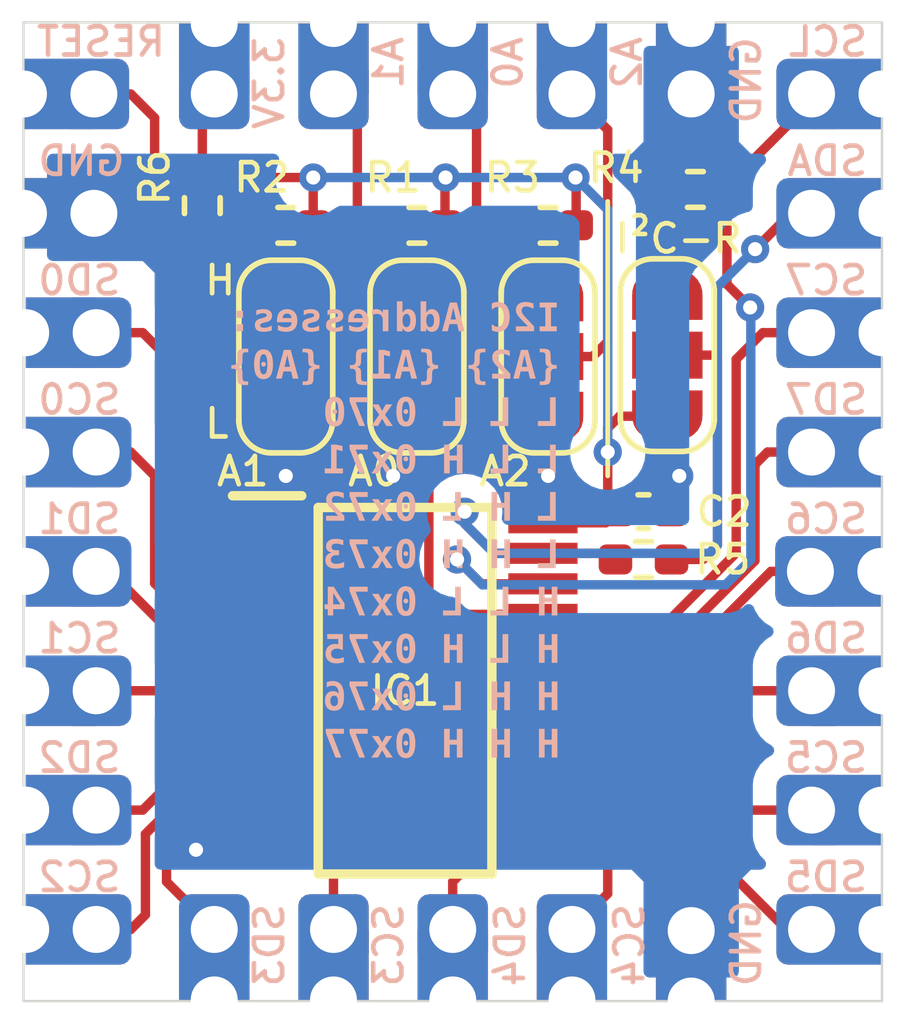
<source format=kicad_pcb>
(kicad_pcb (version 20240108) (generator "pcbnew") (generator_version "8.0")
  (layers (0 "F.Cu" signal) (31 "B.Cu" signal) (34 "B.Paste" user) (35 "F.Paste" user) (36 "B.SilkS" user "B.Silkscreen") (37 "F.SilkS" user "F.Silkscreen") (38 "B.Mask" user) (39 "F.Mask" user) (44 "Edge.Cuts" user))
  (net 0 "")
  (net 1 "/SC7")
  (net 2 "/SD6")
  (net 3 "/~{RESET}")
  (net 4 "/A1")
  (net 5 "/A0")
  (net 6 "/SD1")
  (net 7 "/SD5")
  (net 8 "/SC0")
  (net 9 "/SD4")
  (net 10 "/A2")
  (net 11 "/SD7")
  (net 12 "/SC2")
  (net 13 "/SC5")
  (net 14 "GNDD")
  (net 15 "/SD0")
  (net 16 "/SCL")
  (net 17 "/SD2")
  (net 18 "/SDA")
  (net 19 "/SC3")
  (net 20 "/SC4")
  (net 21 "/SD3")
  (net 22 "/SC6")
  (net 23 "/SC1")
  (net 24 "Net-(JP1-A)")
  (net 25 "Net-(JP2-B)")
  (net 26 "Net-(JP4-B)")
  (net 27 "+3.3V")
  (net 28 "Net-(JP3-B)")
  (net 29 "Net-(JP4-C)")
  (footprint "Castellated_Holes:Castellated_Hole02" (layer "F.Cu") (at 124.762 62.23)
    (property "Reference" "J6" (hide yes))
    (property "Value" "~" (hide yes))
    (pad "1" thru_hole rect (at 0 0) (size 1.5 1.5) (drill 1 (offset 0.75 0)) (property pad_prop_castellated) (layers "*.Cu" "*.Mask") (net 8 "/SC0"))
    (pad "1" thru_hole roundrect (at 1.5 0) (size 1.5 1.5) (drill 1) (property pad_prop_castellated) (layers "*.Cu" "*.Mask") (roundrect_rratio 0.1666666667) (net 8 "/SC0"))
  )
  (footprint "Resistor_SMD:R_0402_1005Metric_Pad0.72x0.64mm_HandSolder" (layer "F.Cu") (at 137.922 64.516)
    (property "Reference" "R5" (at 1.6885 0 360) (layer "F.SilkS") (effects (font (size 0.6 0.6) (thickness 0.1) (bold yes))))
    (property "Value" "10k" (hide yes))
    (fp_line (start -0.167621 -0.38) (end 0.167621 -0.38) (stroke (width 0.12)) (layer "F.SilkS"))
    (fp_line (start -0.167621 0.38) (end 0.167621 0.38) (stroke (width 0.12)) (layer "F.SilkS"))
    (pad "1" smd roundrect (at -0.5975 0) (size 0.715 0.64) (layers "F.Cu" "F.Paste" "F.Mask") (net 18 "/SDA"))
    (pad "2" smd roundrect (at 0.5975 0) (size 0.715 0.64) (layers "F.Cu" "F.Paste" "F.Mask") (net 29 "Net-(JP4-C)"))
  )
  (footprint "Castellated_Holes:Castellated_Hole02" (layer "F.Cu") (at 133.858 73.89 90)
    (property "Reference" "J19" (hide yes))
    (property "Value" "~" (hide yes))
    (pad "1" thru_hole rect (at 0 0 90) (size 1.5 1.5) (drill 1 (offset 0.75 0)) (property pad_prop_castellated) (layers "*.Cu" "*.Mask") (net 9 "/SD4"))
    (pad "1" thru_hole roundrect (at 1.5 0 90) (size 1.5 1.5) (drill 1) (property pad_prop_castellated) (layers "*.Cu" "*.Mask") (roundrect_rratio 0.1666666667) (net 9 "/SD4"))
  )
  (footprint "Castellated_Holes:Castellated_Hole02" (layer "F.Cu") (at 138.938 53.11 -90)
    (property "Reference" "J2" (hide yes))
    (property "Value" "~" (hide yes))
    (pad "1" thru_hole rect (at 0 0 270) (size 1.5 1.5) (drill 1 (offset 0.75 0)) (property pad_prop_castellated) (layers "*.Cu" "*.Mask") (net 14 "GNDD"))
    (pad "1" thru_hole roundrect (at 1.5 0 270) (size 1.5 1.5) (drill 1) (property pad_prop_castellated) (layers "*.Cu" "*.Mask") (roundrect_rratio 0.1666666667) (net 14 "GNDD"))
  )
  (footprint "Castellated_Holes:Castellated_Hole02" (layer "F.Cu") (at 143.002 67.31 180)
    (property "Reference" "J15" (hide yes))
    (property "Value" "~" (hide yes))
    (pad "1" thru_hole rect (at 0 0 180) (size 1.5 1.5) (drill 1 (offset 0.75 0)) (property pad_prop_castellated) (layers "*.Cu" "*.Mask") (net 2 "/SD6"))
    (pad "1" thru_hole roundrect (at 1.5 0 180) (size 1.5 1.5) (drill 1) (property pad_prop_castellated) (layers "*.Cu" "*.Mask") (roundrect_rratio 0.1666666667) (net 2 "/SD6"))
  )
  (footprint "Castellated_Holes:Castellated_Hole02" (layer "F.Cu") (at 124.714 57.15)
    (property "Reference" "J26" (hide yes))
    (property "Value" "~" (hide yes))
    (pad "1" thru_hole rect (at 0 0) (size 1.5 1.5) (drill 1 (offset 0.75 0)) (property pad_prop_castellated) (layers "*.Cu" "*.Mask") (net 14 "GNDD"))
    (pad "1" thru_hole roundrect (at 1.5 0) (size 1.5 1.5) (drill 1) (property pad_prop_castellated) (layers "*.Cu" "*.Mask") (roundrect_rratio 0.1666666667) (net 14 "GNDD"))
  )
  (footprint "Castellated_Holes:Castellated_Hole02" (layer "F.Cu") (at 138.938 73.914 90)
    (property "Reference" "J25" (hide yes))
    (property "Value" "~" (hide yes))
    (pad "1" thru_hole rect (at 0 0 90) (size 1.5 1.5) (drill 1 (offset 0.75 0)) (property pad_prop_castellated) (layers "*.Cu" "*.Mask") (net 14 "GNDD"))
    (pad "1" thru_hole roundrect (at 1.5 0 90) (size 1.5 1.5) (drill 1) (property pad_prop_castellated) (layers "*.Cu" "*.Mask") (roundrect_rratio 0.1666666667) (net 14 "GNDD"))
  )
  (footprint "Castellated_Holes:Castellated_Hole02" (layer "F.Cu") (at 124.762 64.77)
    (property "Reference" "J7" (hide yes))
    (property "Value" "~" (hide yes))
    (pad "1" thru_hole rect (at 0 0) (size 1.5 1.5) (drill 1 (offset 0.75 0)) (property pad_prop_castellated) (layers "*.Cu" "*.Mask") (net 6 "/SD1"))
    (pad "1" thru_hole roundrect (at 1.5 0) (size 1.5 1.5) (drill 1) (property pad_prop_castellated) (layers "*.Cu" "*.Mask") (roundrect_rratio 0.1666666667) (net 6 "/SD1"))
  )
  (footprint "Castellated_Holes:Castellated_Hole02" (layer "F.Cu") (at 143.002 57.15 180)
    (property "Reference" "J3" (hide yes))
    (property "Value" "~" (hide yes))
    (pad "1" thru_hole rect (at 0 0 180) (size 1.5 1.5) (drill 1 (offset 0.75 0)) (property pad_prop_castellated) (layers "*.Cu" "*.Mask") (net 18 "/SDA"))
    (pad "1" thru_hole roundrect (at 1.5 0 180) (size 1.5 1.5) (drill 1) (property pad_prop_castellated) (layers "*.Cu" "*.Mask") (roundrect_rratio 0.1666666667) (net 18 "/SDA"))
  )
  (footprint "Castellated_Holes:Castellated_Hole02" (layer "F.Cu") (at 124.762 59.69)
    (property "Reference" "J5" (hide yes))
    (property "Value" "~" (hide yes))
    (pad "1" thru_hole rect (at 0 0) (size 1.5 1.5) (drill 1 (offset 0.75 0)) (property pad_prop_castellated) (layers "*.Cu" "*.Mask") (net 15 "/SD0"))
    (pad "1" thru_hole roundrect (at 1.5 0) (size 1.5 1.5) (drill 1) (property pad_prop_castellated) (layers "*.Cu" "*.Mask") (roundrect_rratio 0.1666666667) (net 15 "/SD0"))
  )
  (footprint "Castellated_Holes:Castellated_Hole02" (layer "F.Cu") (at 131.318 53.11 -90)
    (property "Reference" "J23" (hide yes))
    (property "Value" "~" (hide yes))
    (pad "1" thru_hole rect (at 0 0 270) (size 1.5 1.5) (drill 1 (offset 0.75 0)) (property pad_prop_castellated) (layers "*.Cu" "*.Mask") (net 4 "/A1"))
    (pad "1" thru_hole roundrect (at 1.5 0 270) (size 1.5 1.5) (drill 1) (property pad_prop_castellated) (layers "*.Cu" "*.Mask") (roundrect_rratio 0.1666666667) (net 4 "/A1"))
  )
  (footprint "Resistor_SMD:R_0402_1005Metric_Pad0.72x0.64mm_HandSolder" (layer "F.Cu") (at 133.096 57.404)
    (property "Reference" "R1" (at -0.508 -1.016 360) (layer "F.SilkS") (effects (font (size 0.6 0.6) (thickness 0.1) (bold yes))))
    (property "Value" "10k" (hide yes))
    (fp_line (start -0.167621 -0.38) (end 0.167621 -0.38) (stroke (width 0.12)) (layer "F.SilkS"))
    (fp_line (start -0.167621 0.38) (end 0.167621 0.38) (stroke (width 0.12)) (layer "F.SilkS"))
    (pad "1" smd roundrect (at -0.5975 0) (size 0.715 0.64) (layers "F.Cu" "F.Paste" "F.Mask") (net 24 "Net-(JP1-A)"))
    (pad "2" smd roundrect (at 0.5975 0) (size 0.715 0.64) (layers "F.Cu" "F.Paste" "F.Mask") (net 27 "+3.3V"))
  )
  (footprint "Castellated_Holes:Castellated_Hole02" (layer "F.Cu") (at 124.762 69.85)
    (property "Reference" "J9" (hide yes))
    (property "Value" "~" (hide yes))
    (pad "1" thru_hole rect (at 0 0) (size 1.5 1.5) (drill 1 (offset 0.75 0)) (property pad_prop_castellated) (layers "*.Cu" "*.Mask") (net 17 "/SD2"))
    (pad "1" thru_hole roundrect (at 1.5 0) (size 1.5 1.5) (drill 1) (property pad_prop_castellated) (layers "*.Cu" "*.Mask") (roundrect_rratio 0.1666666667) (net 17 "/SD2"))
  )
  (footprint "Castellated_Holes:Castellated_Hole02" (layer "F.Cu") (at 128.778 53.11 -90)
    (property "Reference" "J1" (hide yes))
    (property "Value" "~" (hide yes))
    (pad "1" thru_hole rect (at 0 0 270) (size 1.5 1.5) (drill 1 (offset 0.75 0)) (property pad_prop_castellated) (layers "*.Cu" "*.Mask") (net 27 "+3.3V"))
    (pad "1" thru_hole roundrect (at 1.5 0 270) (size 1.5 1.5) (drill 1) (property pad_prop_castellated) (layers "*.Cu" "*.Mask") (roundrect_rratio 0.1666666667) (net 27 "+3.3V"))
  )
  (footprint "Resistor_SMD:R_0402_1005Metric_Pad0.72x0.64mm_HandSolder" (layer "F.Cu") (at 135.89 57.404)
    (property "Reference" "R3" (at -0.762 -1.016 0) (layer "F.SilkS") (effects (font (size 0.6 0.6) (thickness 0.1) (bold yes))))
    (property "Value" "10k" (hide yes))
    (fp_line (start -0.167621 -0.38) (end 0.167621 -0.38) (stroke (width 0.12)) (layer "F.SilkS"))
    (fp_line (start -0.167621 0.38) (end 0.167621 0.38) (stroke (width 0.12)) (layer "F.SilkS"))
    (pad "1" smd roundrect (at -0.5975 0) (size 0.715 0.64) (layers "F.Cu" "F.Paste" "F.Mask") (net 28 "Net-(JP3-B)"))
    (pad "2" smd roundrect (at 0.5975 0) (size 0.715 0.64) (layers "F.Cu" "F.Paste" "F.Mask") (net 27 "+3.3V"))
  )
  (footprint "library:SOP65P640X120-24N" (layer "F.Cu") (at 132.842 67.31)
    (property "Reference" "IC1" (at 0 0 0) (layer "F.SilkS") (effects (font (size 0.6 0.6) (thickness 0.1) (bold yes))))
    (property "Value" "TCA9548APWR" (hide yes))
    (fp_line (start -3.675 -4.15) (end -2.2 -4.15) (stroke (width 0.2)) (layer "F.SilkS"))
    (fp_line (start -1.85 -3.9) (end 1.85 -3.9) (stroke (width 0.2)) (layer "F.SilkS"))
    (fp_line (start -1.85 3.9) (end -1.85 -3.9) (stroke (width 0.2)) (layer "F.SilkS"))
    (fp_line (start 1.85 -3.9) (end 1.85 3.9) (stroke (width 0.2)) (layer "F.SilkS"))
    (fp_line (start 1.85 3.9) (end -1.85 3.9) (stroke (width 0.2)) (layer "F.SilkS"))
    (pad "1" smd rect (at -2.938 -3.575 90) (size 0.45 1.475) (layers "F.Cu" "F.Paste" "F.Mask") (net 5 "/A0"))
    (pad "2" smd rect (at -2.938 -2.925 90) (size 0.45 1.475) (layers "F.Cu" "F.Paste" "F.Mask") (net 4 "/A1"))
    (pad "3" smd rect (at -2.938 -2.275 90) (size 0.45 1.475) (layers "F.Cu" "F.Paste" "F.Mask") (net 3 "/~{RESET}"))
    (pad "4" smd rect (at -2.938 -1.625 90) (size 0.45 1.475) (layers "F.Cu" "F.Paste" "F.Mask") (net 15 "/SD0"))
    (pad "5" smd rect (at -2.938 -0.975 90) (size 0.45 1.475) (layers "F.Cu" "F.Paste" "F.Mask") (net 8 "/SC0"))
    (pad "6" smd rect (at -2.938 -0.325 90) (size 0.45 1.475) (layers "F.Cu" "F.Paste" "F.Mask") (net 6 "/SD1"))
    (pad "7" smd rect (at -2.938 0.325 90) (size 0.45 1.475) (layers "F.Cu" "F.Paste" "F.Mask") (net 23 "/SC1"))
    (pad "8" smd rect (at -2.938 0.975 90) (size 0.45 1.475) (layers "F.Cu" "F.Paste" "F.Mask") (net 17 "/SD2"))
    (pad "9" smd rect (at -2.938 1.625 90) (size 0.45 1.475) (layers "F.Cu" "F.Paste" "F.Mask") (net 12 "/SC2"))
    (pad "10" smd rect (at -2.938 2.275 90) (size 0.45 1.475) (layers "F.Cu" "F.Paste" "F.Mask") (net 21 "/SD3"))
    (pad "11" smd rect (at -2.938 2.925 90) (size 0.45 1.475) (layers "F.Cu" "F.Paste" "F.Mask") (net 19 "/SC3"))
    (pad "12" smd rect (at -2.938 3.575 90) (size 0.45 1.475) (layers "F.Cu" "F.Paste" "F.Mask") (net 14 "GNDD"))
    (pad "13" smd rect (at 2.938 3.575 90) (size 0.45 1.475) (layers "F.Cu" "F.Paste" "F.Mask") (net 9 "/SD4"))
    (pad "14" smd rect (at 2.938 2.925 90) (size 0.45 1.475) (layers "F.Cu" "F.Paste" "F.Mask") (net 20 "/SC4"))
    (pad "15" smd rect (at 2.938 2.275 90) (size 0.45 1.475) (layers "F.Cu" "F.Paste" "F.Mask") (net 7 "/SD5"))
    (pad "16" smd rect (at 2.938 1.625 90) (size 0.45 1.475) (layers "F.Cu" "F.Paste" "F.Mask") (net 13 "/SC5"))
    (pad "17" smd rect (at 2.938 0.975 90) (size 0.45 1.475) (layers "F.Cu" "F.Paste" "F.Mask") (net 2 "/SD6"))
    (pad "18" smd rect (at 2.938 0.325 90) (size 0.45 1.475) (layers "F.Cu" "F.Paste" "F.Mask") (net 22 "/SC6"))
    (pad "19" smd rect (at 2.938 -0.325 90) (size 0.45 1.475) (layers "F.Cu" "F.Paste" "F.Mask") (net 11 "/SD7"))
    (pad "20" smd rect (at 2.938 -0.975 90) (size 0.45 1.475) (layers "F.Cu" "F.Paste" "F.Mask") (net 1 "/SC7"))
    (pad "21" smd rect (at 2.938 -1.625 90) (size 0.45 1.475) (layers "F.Cu" "F.Paste" "F.Mask") (net 10 "/A2"))
    (pad "22" smd rect (at 2.938 -2.275 90) (size 0.45 1.475) (layers "F.Cu" "F.Paste" "F.Mask") (net 16 "/SCL"))
    (pad "23" smd rect (at 2.938 -2.925 90) (size 0.45 1.475) (layers "F.Cu" "F.Paste" "F.Mask") (net 18 "/SDA"))
    (pad "24" smd rect (at 2.938 -3.575 90) (size 0.45 1.475) (layers "F.Cu" "F.Paste" "F.Mask") (net 27 "+3.3V"))
  )
  (footprint "Capacitor_SMD:C_0402_1005Metric_Pad0.74x0.62mm_HandSolder" (layer "F.Cu") (at 137.922 63.5)
    (property "Reference" "C2" (at 1.7185 0 0) (layer "F.SilkS") (effects (font (size 0.6 0.6) (thickness 0.1) (bold yes))))
    (property "Value" "0.1uF" (hide yes))
    (fp_line (start -0.115835 -0.36) (end 0.115835 -0.36) (stroke (width 0.12)) (layer "F.SilkS"))
    (fp_line (start -0.115835 0.36) (end 0.115835 0.36) (stroke (width 0.12)) (layer "F.SilkS"))
    (pad "1" smd roundrect (at -0.5675 0) (size 0.735 0.62) (layers "F.Cu" "F.Paste" "F.Mask") (net 27 "+3.3V"))
    (pad "2" smd roundrect (at 0.5675 0) (size 0.735 0.62) (layers "F.Cu" "F.Paste" "F.Mask") (net 14 "GNDD"))
  )
  (footprint "Castellated_Holes:Castellated_Hole02" (layer "F.Cu") (at 124.714 54.61)
    (property "Reference" "J21" (hide yes))
    (property "Value" "~" (hide yes))
    (pad "1" thru_hole rect (at 0 0) (size 1.5 1.5) (drill 1 (offset 0.75 0)) (property pad_prop_castellated) (layers "*.Cu" "*.Mask") (net 3 "/~{RESET}"))
    (pad "1" thru_hole roundrect (at 1.5 0) (size 1.5 1.5) (drill 1) (property pad_prop_castellated) (layers "*.Cu" "*.Mask") (roundrect_rratio 0.1666666667) (net 3 "/~{RESET}"))
  )
  (footprint "Castellated_Holes:Castellated_Hole02" (layer "F.Cu") (at 128.778 73.89 90)
    (property "Reference" "J11" (hide yes))
    (property "Value" "~" (hide yes))
    (pad "1" thru_hole rect (at 0 0 90) (size 1.5 1.5) (drill 1 (offset 0.75 0)) (property pad_prop_castellated) (layers "*.Cu" "*.Mask") (net 21 "/SD3"))
    (pad "1" thru_hole roundrect (at 1.5 0 90) (size 1.5 1.5) (drill 1) (property pad_prop_castellated) (layers "*.Cu" "*.Mask") (roundrect_rratio 0.1666666667) (net 21 "/SD3"))
  )
  (footprint "Jumper:SolderJumper-3_P1.3mm_Open_RoundedPad1.0x1.5mm" (layer "F.Cu") (at 135.89 60.198 90)
    (property "Reference" "JP3" (hide yes))
    (property "Value" "SolderJumper_3_Open" (hide yes))
    (fp_line (start -1.4 -1) (end 1.4 -1) (stroke (width 0.12)) (layer "F.SilkS"))
    (fp_line (start 2.05 -0.3) (end 2.05 0.3) (stroke (width 0.12)) (layer "F.SilkS"))
    (fp_line (start -2.05 0.3) (end -2.05 -0.3) (stroke (width 0.12)) (layer "F.SilkS"))
    (fp_line (start 1.4 1) (end -1.4 1) (stroke (width 0.12)) (layer "F.SilkS"))
    (fp_arc (start 1.35 -1) (mid 1.844975 -0.794975) (end 2.05 -0.3) (stroke (width 0.12)) (layer "F.SilkS"))
    (fp_arc (start -2.05 -0.3) (mid -1.844975 -0.794975) (end -1.35 -1) (stroke (width 0.12)) (layer "F.SilkS"))
    (fp_arc (start 2.05 0.3) (mid 1.844975 0.794975) (end 1.35 1) (stroke (width 0.12)) (layer "F.SilkS"))
    (fp_arc (start -1.35 1) (mid -1.844975 0.794975) (end -2.05 0.3) (stroke (width 0.12)) (layer "F.SilkS"))
    (pad "1" smd custom (at -1.3 0 90) (size 1 0.5) (layers "F.Cu" "F.Mask") (net 14 "GNDD") (options (clearance outline) (anchor rect)) (primitives (gr_circle (center 0 0.25) (end 0.5 0.25) (width 0) (fill yes)) (gr_circle (center 0 -0.25) (end 0.5 -0.25) (width 0) (fill yes)) (gr_poly (pts (xy 0.55 0.75) (xy 0 0.75) (xy 0 -0.75) (xy 0.55 -0.75)) (width 0) (fill yes))))
    (pad "2" smd rect (at 0 0 90) (size 1 1.5) (layers "F.Cu" "F.Mask") (net 10 "/A2"))
    (pad "3" smd custom (at 1.3 0 90) (size 1 0.5) (layers "F.Cu" "F.Mask") (net 28 "Net-(JP3-B)") (options (clearance outline) (anchor rect)) (primitives (gr_circle (center 0 0.25) (end 0.5 0.25) (width 0) (fill yes)) (gr_circle (center 0 -0.25) (end 0.5 -0.25) (width 0) (fill yes)) (gr_poly (pts (xy 0 0.75) (xy -0.55 0.75) (xy -0.55 -0.75) (xy 0 -0.75)) (width 0) (fill yes))))
  )
  (footprint "Resistor_SMD:R_0402_1005Metric_Pad0.72x0.64mm_HandSolder" (layer "F.Cu") (at 130.302 57.404)
    (property "Reference" "R2" (at -0.508 -1.016 0) (layer "F.SilkS") (effects (font (size 0.6 0.6) (thickness 0.1) (bold yes))))
    (property "Value" "10k" (hide yes))
    (fp_line (start -0.167621 -0.38) (end 0.167621 -0.38) (stroke (width 0.12)) (layer "F.SilkS"))
    (fp_line (start -0.167621 0.38) (end 0.167621 0.38) (stroke (width 0.12)) (layer "F.SilkS"))
    (pad "1" smd roundrect (at -0.5975 0) (size 0.715 0.64) (layers "F.Cu" "F.Paste" "F.Mask") (net 25 "Net-(JP2-B)"))
    (pad "2" smd roundrect (at 0.5975 0) (size 0.715 0.64) (layers "F.Cu" "F.Paste" "F.Mask") (net 27 "+3.3V"))
  )
  (footprint "Castellated_Holes:Castellated_Hole02" (layer "F.Cu") (at 124.762 72.39)
    (property "Reference" "J10" (hide yes))
    (property "Value" "~" (hide yes))
    (pad "1" thru_hole rect (at 0 0) (size 1.5 1.5) (drill 1 (offset 0.75 0)) (property pad_prop_castellated) (layers "*.Cu" "*.Mask") (net 12 "/SC2"))
    (pad "1" thru_hole roundrect (at 1.5 0) (size 1.5 1.5) (drill 1) (property pad_prop_castellated) (layers "*.Cu" "*.Mask") (roundrect_rratio 0.1666666667) (net 12 "/SC2"))
  )
  (footprint "Castellated_Holes:Castellated_Hole02" (layer "F.Cu") (at 136.398 73.89 90)
    (property "Reference" "J20" (hide yes))
    (property "Value" "~" (hide yes))
    (pad "1" thru_hole rect (at 0 0 90) (size 1.5 1.5) (drill 1 (offset 0.75 0)) (property pad_prop_castellated) (layers "*.Cu" "*.Mask") (net 20 "/SC4"))
    (pad "1" thru_hole roundrect (at 1.5 0 90) (size 1.5 1.5) (drill 1) (property pad_prop_castellated) (layers "*.Cu" "*.Mask") (roundrect_rratio 0.1666666667) (net 20 "/SC4"))
  )
  (footprint "Castellated_Holes:Castellated_Hole02" (layer "F.Cu") (at 124.762 67.31)
    (property "Reference" "J8" (hide yes))
    (property "Value" "~" (hide yes))
    (pad "1" thru_hole rect (at 0 0) (size 1.5 1.5) (drill 1 (offset 0.75 0)) (property pad_prop_castellated) (layers "*.Cu" "*.Mask") (net 23 "/SC1"))
    (pad "1" thru_hole roundrect (at 1.5 0) (size 1.5 1.5) (drill 1) (property pad_prop_castellated) (layers "*.Cu" "*.Mask") (roundrect_rratio 0.1666666667) (net 23 "/SC1"))
  )
  (footprint "Castellated_Holes:Castellated_Hole02" (layer "F.Cu") (at 143.002 62.23 180)
    (property "Reference" "J17" (hide yes))
    (property "Value" "~" (hide yes))
    (pad "1" thru_hole rect (at 0 0 180) (size 1.5 1.5) (drill 1 (offset 0.75 0)) (property pad_prop_castellated) (layers "*.Cu" "*.Mask") (net 11 "/SD7"))
    (pad "1" thru_hole roundrect (at 1.5 0 180) (size 1.5 1.5) (drill 1) (property pad_prop_castellated) (layers "*.Cu" "*.Mask") (roundrect_rratio 0.1666666667) (net 11 "/SD7"))
  )
  (footprint "Castellated_Holes:Castellated_Hole02" (layer "F.Cu") (at 143.002 72.39 180)
    (property "Reference" "J13" (hide yes))
    (property "Value" "~" (hide yes))
    (pad "1" thru_hole rect (at 0 0 180) (size 1.5 1.5) (drill 1 (offset 0.75 0)) (property pad_prop_castellated) (layers "*.Cu" "*.Mask") (net 7 "/SD5"))
    (pad "1" thru_hole roundrect (at 1.5 0 180) (size 1.5 1.5) (drill 1) (property pad_prop_castellated) (layers "*.Cu" "*.Mask") (roundrect_rratio 0.1666666667) (net 7 "/SD5"))
  )
  (footprint "Resistor_SMD:R_0402_1005Metric_Pad0.72x0.64mm_HandSolder" (layer "F.Cu") (at 128.524 56.9855 90)
    (property "Reference" "R6" (at 0.5975 -1.016 270) (layer "F.SilkS") (effects (font (size 0.6 0.6) (thickness 0.1) (bold yes))))
    (property "Value" "10k" (hide yes))
    (fp_line (start -0.167621 -0.38) (end 0.167621 -0.38) (stroke (width 0.12)) (layer "F.SilkS"))
    (fp_line (start -0.167621 0.38) (end 0.167621 0.38) (stroke (width 0.12)) (layer "F.SilkS"))
    (pad "1" smd roundrect (at -0.5975 0 90) (size 0.715 0.64) (layers "F.Cu" "F.Paste" "F.Mask") (net 3 "/~{RESET}"))
    (pad "2" smd roundrect (at 0.5975 0 90) (size 0.715 0.64) (layers "F.Cu" "F.Paste" "F.Mask") (net 27 "+3.3V"))
  )
  (footprint "Jumper:SolderJumper-3_P1.3mm_Open_RoundedPad1.0x1.5mm" (layer "F.Cu") (at 133.096 60.198 -90)
    (property "Reference" "JP1" (hide yes))
    (property "Value" "SolderJumper_3_Open" (hide yes))
    (fp_line (start 1.4 1) (end -1.4 1) (stroke (width 0.12)) (layer "F.SilkS"))
    (fp_line (start -2.05 0.3) (end -2.05 -0.3) (stroke (width 0.12)) (layer "F.SilkS"))
    (fp_line (start 2.05 -0.3) (end 2.05 0.3) (stroke (width 0.12)) (layer "F.SilkS"))
    (fp_line (start -1.4 -1) (end 1.4 -1) (stroke (width 0.12)) (layer "F.SilkS"))
    (fp_arc (start -1.35 1) (mid -1.844975 0.794975) (end -2.05 0.3) (stroke (width 0.12)) (layer "F.SilkS"))
    (fp_arc (start 2.05 0.3) (mid 1.844975 0.794975) (end 1.35 1) (stroke (width 0.12)) (layer "F.SilkS"))
    (fp_arc (start -2.05 -0.3) (mid -1.844975 -0.794975) (end -1.35 -1) (stroke (width 0.12)) (layer "F.SilkS"))
    (fp_arc (start 1.35 -1) (mid 1.844975 -0.794975) (end 2.05 -0.3) (stroke (width 0.12)) (layer "F.SilkS"))
    (pad "1" smd custom (at -1.3 0 270) (size 1 0.5) (layers "F.Cu" "F.Mask") (net 24 "Net-(JP1-A)") (options (clearance outline) (anchor rect)) (primitives (gr_circle (center 0 0.25) (end 0.5 0.25) (width 0) (fill yes)) (gr_circle (center 0 -0.25) (end 0.5 -0.25) (width 0) (fill yes)) (gr_poly (pts (xy 0.55 0.75) (xy 0 0.75) (xy 0 -0.75) (xy 0.55 -0.75)) (width 0) (fill yes))))
    (pad "2" smd rect (at 0 0 270) (size 1 1.5) (layers "F.Cu" "F.Mask") (net 5 "/A0"))
    (pad "3" smd custom (at 1.3 0 270) (size 1 0.5) (layers "F.Cu" "F.Mask") (net 14 "GNDD") (options (clearance outline) (anchor rect)) (primitives (gr_circle (center 0 0.25) (end 0.5 0.25) (width 0) (fill yes)) (gr_circle (center 0 -0.25) (end 0.5 -0.25) (width 0) (fill yes)) (gr_poly (pts (xy 0 0.75) (xy -0.55 0.75) (xy -0.55 -0.75) (xy 0 -0.75)) (width 0) (fill yes))))
  )
  (footprint "Castellated_Holes:Castellated_Hole02" (layer "F.Cu") (at 143.002 59.69 180)
    (property "Reference" "J18" (hide yes))
    (property "Value" "~" (hide yes))
    (pad "1" thru_hole rect (at 0 0 180) (size 1.5 1.5) (drill 1 (offset 0.75 0)) (property pad_prop_castellated) (layers "*.Cu" "*.Mask") (net 1 "/SC7"))
    (pad "1" thru_hole roundrect (at 1.5 0 180) (size 1.5 1.5) (drill 1) (property pad_prop_castellated) (layers "*.Cu" "*.Mask") (roundrect_rratio 0.1666666667) (net 1 "/SC7"))
  )
  (footprint "Castellated_Holes:Castellated_Hole02" (layer "F.Cu") (at 136.398 53.11 -90)
    (property "Reference" "J24" (hide yes))
    (property "Value" "~" (hide yes))
    (pad "1" thru_hole rect (at 0 0 270) (size 1.5 1.5) (drill 1 (offset 0.75 0)) (property pad_prop_castellated) (layers "*.Cu" "*.Mask") (net 10 "/A2"))
    (pad "1" thru_hole roundrect (at 1.5 0 270) (size 1.5 1.5) (drill 1) (property pad_prop_castellated) (layers "*.Cu" "*.Mask") (roundrect_rratio 0.1666666667) (net 10 "/A2"))
  )
  (footprint "Jumper:SolderJumper-3_P1.3mm_Open_RoundedPad1.0x1.5mm" (layer "F.Cu") (at 138.43 60.168 90)
    (property "Reference" "JP4" (hide yes))
    (property "Value" "SolderJumper_3_Open" (hide yes))
    (fp_line (start -1.4 -1) (end 1.4 -1) (stroke (width 0.12)) (layer "F.SilkS"))
    (fp_line (start 2.05 -0.3) (end 2.05 0.3) (stroke (width 0.12)) (layer "F.SilkS"))
    (fp_line (start -2.05 0.3) (end -2.05 -0.3) (stroke (width 0.12)) (layer "F.SilkS"))
    (fp_line (start 1.4 1) (end -1.4 1) (stroke (width 0.12)) (layer "F.SilkS"))
    (fp_arc (start 1.35 -1) (mid 1.844975 -0.794975) (end 2.05 -0.3) (stroke (width 0.12)) (layer "F.SilkS"))
    (fp_arc (start -2.05 -0.3) (mid -1.844975 -0.794975) (end -1.35 -1) (stroke (width 0.12)) (layer "F.SilkS"))
    (fp_arc (start 2.05 0.3) (mid 1.844975 0.794975) (end 1.35 1) (stroke (width 0.12)) (layer "F.SilkS"))
    (fp_arc (start -1.35 1) (mid -1.844975 0.794975) (end -2.05 0.3) (stroke (width 0.12)) (layer "F.SilkS"))
    (pad "1" smd custom (at -1.3 0 90) (size 1 0.5) (layers "F.Cu" "F.Mask") (net 27 "+3.3V") (options (clearance outline) (anchor rect)) (primitives (gr_circle (center 0 0.25) (end 0.5 0.25) (width 0) (fill yes)) (gr_circle (center 0 -0.25) (end 0.5 -0.25) (width 0) (fill yes)) (gr_poly (pts (xy 0.55 0.75) (xy 0 0.75) (xy 0 -0.75) (xy 0.55 -0.75)) (width 0) (fill yes))))
    (pad "2" smd rect (at 0 0 90) (size 1 1.5) (layers "F.Cu" "F.Mask") (net 29 "Net-(JP4-C)"))
    (pad "3" smd custom (at 1.3 0 90) (size 1 0.5) (layers "F.Cu" "F.Mask") (net 26 "Net-(JP4-B)") (options (clearance outline) (anchor rect)) (primitives (gr_circle (center 0 0.25) (end 0.5 0.25) (width 0) (fill yes)) (gr_circle (center 0 -0.25) (end 0.5 -0.25) (width 0) (fill yes)) (gr_poly (pts (xy 0 0.75) (xy -0.55 0.75) (xy -0.55 -0.75) (xy 0 -0.75)) (width 0) (fill yes))))
  )
  (footprint "Jumper:SolderJumper-3_P1.3mm_Open_RoundedPad1.0x1.5mm" (layer "F.Cu") (at 130.302 60.198 90)
    (property "Reference" "JP2" (hide yes))
    (property "Value" "SolderJumper_3_Open" (hide yes))
    (fp_line (start -1.4 -1) (end 1.4 -1) (stroke (width 0.12)) (layer "F.SilkS"))
    (fp_line (start 2.05 -0.3) (end 2.05 0.3) (stroke (width 0.12)) (layer "F.SilkS"))
    (fp_line (start -2.05 0.3) (end -2.05 -0.3) (stroke (width 0.12)) (layer "F.SilkS"))
    (fp_line (start 1.4 1) (end -1.4 1) (stroke (width 0.12)) (layer "F.SilkS"))
    (fp_arc (start 1.35 -1) (mid 1.844975 -0.794975) (end 2.05 -0.3) (stroke (width 0.12)) (layer "F.SilkS"))
    (fp_arc (start -2.05 -0.3) (mid -1.844975 -0.794975) (end -1.35 -1) (stroke (width 0.12)) (layer "F.SilkS"))
    (fp_arc (start 2.05 0.3) (mid 1.844975 0.794975) (end 1.35 1) (stroke (width 0.12)) (layer "F.SilkS"))
    (fp_arc (start -1.35 1) (mid -1.844975 0.794975) (end -2.05 0.3) (stroke (width 0.12)) (layer "F.SilkS"))
    (pad "1" smd custom (at -1.3 0 90) (size 1 0.5) (layers "F.Cu" "F.Mask") (net 14 "GNDD") (options (clearance outline) (anchor rect)) (primitives (gr_circle (center 0 0.25) (end 0.5 0.25) (width 0) (fill yes)) (gr_circle (center 0 -0.25) (end 0.5 -0.25) (width 0) (fill yes)) (gr_poly (pts (xy 0.55 0.75) (xy 0 0.75) (xy 0 -0.75) (xy 0.55 -0.75)) (width 0) (fill yes))))
    (pad "2" smd rect (at 0 0 90) (size 1 1.5) (layers "F.Cu" "F.Mask") (net 4 "/A1"))
    (pad "3" smd custom (at 1.3 0 90) (size 1 0.5) (layers "F.Cu" "F.Mask") (net 25 "Net-(JP2-B)") (options (clearance outline) (anchor rect)) (primitives (gr_circle (center 0 0.25) (end 0.5 0.25) (width 0) (fill yes)) (gr_circle (center 0 -0.25) (end 0.5 -0.25) (width 0) (fill yes)) (gr_poly (pts (xy 0 0.75) (xy -0.55 0.75) (xy -0.55 -0.75) (xy 0 -0.75)) (width 0) (fill yes))))
  )
  (footprint "Castellated_Holes:Castellated_Hole02" (layer "F.Cu") (at 143.002 54.61 180)
    (property "Reference" "J4" (hide yes))
    (property "Value" "~" (hide yes))
    (pad "1" thru_hole rect (at 0 0 180) (size 1.5 1.5) (drill 1 (offset 0.75 0)) (property pad_prop_castellated) (layers "*.Cu" "*.Mask") (net 16 "/SCL"))
    (pad "1" thru_hole roundrect (at 1.5 0 180) (size 1.5 1.5) (drill 1) (property pad_prop_castellated) (layers "*.Cu" "*.Mask") (roundrect_rratio 0.1666666667) (net 16 "/SCL"))
  )
  (footprint "Castellated_Holes:Castellated_Hole02" (layer "F.Cu") (at 142.978 64.77 180)
    (property "Reference" "J16" (hide yes))
    (property "Value" "~" (hide yes))
    (pad "1" thru_hole rect (at 0 0 180) (size 1.5 1.5) (drill 1 (offset 0.75 0)) (property pad_prop_castellated) (layers "*.Cu" "*.Mask") (net 22 "/SC6"))
    (pad "1" thru_hole roundrect (at 1.5 0 180) (size 1.5 1.5) (drill 1) (property pad_prop_castellated) (layers "*.Cu" "*.Mask") (roundrect_rratio 0.1666666667) (net 22 "/SC6"))
  )
  (footprint "Resistor_SMD:R_0402_1005Metric_Pad0.72x0.64mm_HandSolder" (layer "F.Cu") (at 139.0275 56.642 180)
    (property "Reference" "R4" (at 1.6897 0.4572 180) (layer "F.SilkS") (effects (font (size 0.6 0.6) (thickness 0.1) (bold yes))))
    (property "Value" "10k" (hide yes))
    (fp_line (start -0.167621 0.38) (end 0.167621 0.38) (stroke (width 0.12)) (layer "F.SilkS"))
    (fp_line (start -0.167621 -0.38) (end 0.167621 -0.38) (stroke (width 0.12)) (layer "F.SilkS"))
    (pad "1" smd roundrect (at -0.5975 0 180) (size 0.715 0.64) (layers "F.Cu" "F.Paste" "F.Mask") (net 16 "/SCL"))
    (pad "2" smd roundrect (at 0.5975 0 180) (size 0.715 0.64) (layers "F.Cu" "F.Paste" "F.Mask") (net 26 "Net-(JP4-B)"))
  )
  (footprint "Castellated_Holes:Castellated_Hole02" (layer "F.Cu") (at 143.002 69.85 180)
    (property "Reference" "J14" (hide yes))
    (property "Value" "~" (hide yes))
    (pad "1" thru_hole rect (at 0 0 180) (size 1.5 1.5) (drill 1 (offset 0.75 0)) (property pad_prop_castellated) (layers "*.Cu" "*.Mask") (net 13 "/SC5"))
    (pad "1" thru_hole roundrect (at 1.5 0 180) (size 1.5 1.5) (drill 1) (property pad_prop_castellated) (layers "*.Cu" "*.Mask") (roundrect_rratio 0.1666666667) (net 13 "/SC5"))
  )
  (footprint "Castellated_Holes:Castellated_Hole02" (layer "F.Cu") (at 133.858 53.11 -90)
    (property "Reference" "J22" (hide yes))
    (property "Value" "~" (hide yes))
    (pad "1" thru_hole rect (at 0 0 270) (size 1.5 1.5) (drill 1 (offset 0.75 0)) (property pad_prop_castellated) (layers "*.Cu" "*.Mask") (net 5 "/A0"))
    (pad "1" thru_hole roundrect (at 1.5 0 270) (size 1.5 1.5) (drill 1) (property pad_prop_castellated) (layers "*.Cu" "*.Mask") (roundrect_rratio 0.1666666667) (net 5 "/A0"))
  )
  (footprint "Castellated_Holes:Castellated_Hole02" (layer "F.Cu") (at 131.318 73.89 90)
    (property "Reference" "J12" (hide yes))
    (property "Value" "~" (hide yes))
    (pad "1" thru_hole rect (at 0 0 90) (size 1.5 1.5) (drill 1 (offset 0.75 0)) (property pad_prop_castellated) (layers "*.Cu" "*.Mask") (net 19 "/SC3"))
    (pad "1" thru_hole roundrect (at 1.5 0 90) (size 1.5 1.5) (drill 1) (property pad_prop_castellated) (layers "*.Cu" "*.Mask") (roundrect_rratio 0.1666666667) (net 19 "/SC3"))
  )
  (gr_line (start 137.16 56.896) (end 137.16 62.738) (stroke (width 0.1)) (layer "F.SilkS"))
  (gr_line (start 143.002 73.914) (end 124.714 73.914) (stroke (width 0.05)) (layer "Edge.Cuts"))
  (gr_line (start 124.714 73.914) (end 124.714 53.086) (stroke (width 0.05)) (layer "Edge.Cuts"))
  (gr_line (start 143.002 53.086) (end 143.002 73.914) (stroke (width 0.05)) (layer "Edge.Cuts"))
  (gr_line (start 124.714 53.086) (end 143.002 53.086) (stroke (width 0.05)) (layer "Edge.Cuts"))
  (gr_text "SD2" (at 124.968 69.088 0) (layer "B.SilkS") (effects (font (size 0.6 0.6) (thickness 0.1) (bold yes)) (justify right bottom mirror)))
  (gr_text "SC0" (at 124.968 61.468 0) (layer "B.SilkS") (effects (font (size 0.6 0.6) (thickness 0.1) (bold yes)) (justify right bottom mirror)))
  (gr_text "3.3V" (at 130.302 53.34 90) (layer "B.SilkS") (effects (font (size 0.6 0.6) (thickness 0.1) (bold yes)) (justify left bottom mirror)))
  (gr_text "SC2" (at 124.968 71.628 0) (layer "B.SilkS") (effects (font (size 0.6 0.6) (thickness 0.1) (bold yes)) (justify right bottom mirror)))
  (gr_text "SC1" (at 124.968 66.548 0) (layer "B.SilkS") (effects (font (size 0.6 0.6) (thickness 0.1) (bold yes)) (justify right bottom mirror)))
  (gr_text "GND" (at 140.462 73.66 90) (layer "B.SilkS") (effects (font (size 0.6 0.6) (thickness 0.1) (bold yes)) (justify right bottom mirror)))
  (gr_text "GND" (at 140.462 53.34 90) (layer "B.SilkS") (effects (font (size 0.6 0.6) (thickness 0.1) (bold yes)) (justify left bottom mirror)))
  (gr_text "SC3" (at 132.842 73.66 90) (layer "B.SilkS") (effects (font (size 0.6 0.6) (thickness 0.1) (bold yes)) (justify right bottom mirror)))
  (gr_text "SD5" (at 142.748 71.628 0) (layer "B.SilkS") (effects (font (size 0.6 0.6) (thickness 0.1) (bold yes)) (justify left bottom mirror)))
  (gr_text "SD3" (at 130.302 73.66 90) (layer "B.SilkS") (effects (font (size 0.6 0.6) (thickness 0.1) (bold yes)) (justify right bottom mirror)))
  (gr_text "SD1" (at 124.968 64.008 0) (layer "B.SilkS") (effects (font (size 0.6 0.6) (thickness 0.1) (bold yes)) (justify right bottom mirror)))
  (gr_text "RESET" (at 124.944 53.848 0) (layer "B.SilkS") (effects (font (size 0.6 0.6) (thickness 0.1) (bold yes)) (justify right bottom mirror)))
  (gr_text "SD0" (at 124.968 58.928 0) (layer "B.SilkS") (effects (font (size 0.6 0.6) (thickness 0.1) (bold yes)) (justify right bottom mirror)))
  (gr_text "SD6" (at 142.748 66.548 0) (layer "B.SilkS") (effects (font (size 0.6 0.6) (thickness 0.1) (bold yes)) (justify left bottom mirror)))
  (gr_text "SC6" (at 142.748 64.008 0) (layer "B.SilkS") (effects (font (size 0.6 0.6) (thickness 0.1) (bold yes)) (justify left bottom mirror)))
  (gr_text "SD4" (at 135.4328 73.66 90) (layer "B.SilkS") (effects (font (size 0.6 0.6) (thickness 0.1) (bold yes)) (justify right bottom mirror)))
  (gr_text "A2" (at 137.922 53.34 90) (layer "B.SilkS") (effects (font (size 0.6 0.6) (thickness 0.1) (bold yes)) (justify left bottom mirror)))
  (gr_text "A1" (at 132.842 53.34 90) (layer "B.SilkS") (effects (font (size 0.6 0.6) (thickness 0.1) (bold yes)) (justify left bottom mirror)))
  (gr_text "SDA" (at 142.748 56.388 0) (layer "B.SilkS") (effects (font (size 0.6 0.6) (thickness 0.1) (bold yes)) (justify left bottom mirror)))
  (gr_text "I2C Addresses: \n{A2} {A1} {A0}\nL L L 0x70\nL L H 0x71\nL H L 0x72\nL H H 0x73\nH L L 0x74\nH L H 0x75\nH H L 0x76\nH H H 0x77" (at 136.144 68.834 0) (layer "B.SilkS") (effects (font (size 0.6 0.6) (thickness 0.1) (bold yes)) (justify left bottom mirror)))
  (gr_text "SC7" (at 142.748 58.928 0) (layer "B.SilkS") (effects (font (size 0.6 0.6) (thickness 0.1) (bold yes)) (justify left bottom mirror)))
  (gr_text "SD7" (at 142.748 61.468 0) (layer "B.SilkS") (effects (font (size 0.6 0.6) (thickness 0.1) (bold yes)) (justify left bottom mirror)))
  (gr_text "A0" (at 135.382 53.34 90) (layer "B.SilkS") (effects (font (size 0.6 0.6) (thickness 0.1) (bold yes)) (justify left bottom mirror)))
  (gr_text "SCL" (at 142.748 53.848 0) (layer "B.SilkS") (effects (font (size 0.6 0.6) (thickness 0.1) (bold yes)) (justify left bottom mirror)))
  (gr_text "SC5" (at 142.748 69.088 0) (layer "B.SilkS") (effects (font (size 0.6 0.6) (thickness 0.1) (bold yes)) (justify left bottom mirror)))
  (gr_text "GND" (at 124.968 56.388 0) (layer "B.SilkS") (effects (font (size 0.6 0.6) (thickness 0.1) (bold yes)) (justify right bottom mirror)))
  (gr_text "SC4" (at 137.9728 73.66 90) (layer "B.SilkS") (effects (font (size 0.6 0.6) (thickness 0.1) (bold yes)) (justify right bottom mirror)))
  (gr_text "A1" (at 128.778 62.992 0) (layer "F.SilkS") (effects (font (size 0.6 0.6) (thickness 0.1) (bold yes)) (justify left bottom)))
  (gr_text "H" (at 128.524 58.928 0) (layer "F.SilkS") (effects (font (size 0.6 0.6) (thickness 0.1) (bold yes)) (justify left bottom)))
  (gr_text "L" (at 128.524 61.976 0) (layer "F.SilkS") (effects (font (size 0.6 0.6) (thickness 0.1) (bold yes)) (justify left bottom)))
  (gr_text "A0" (at 131.572 62.992 0) (layer "F.SilkS") (effects (font (size 0.6 0.6) (thickness 0.1) (bold yes)) (justify left bottom)))
  (gr_text "A2" (at 134.366 62.992 0) (layer "F.SilkS") (effects (font (size 0.6 0.6) (thickness 0.1) (bold yes)) (justify left bottom)))
  (gr_text "I²C-R" (at 137.2616 58.039 0) (layer "F.SilkS") (effects (font (size 0.6 0.6) (thickness 0.1) (bold yes)) (justify left bottom)))
  (segment (start 139.8968 60.2552) (end 140.462 59.69) (width 0.2) (layer "F.Cu") (net 1))
  (segment (start 140.462 59.69) (end 141.502 59.69) (width 0.2) (layer "F.Cu") (net 1))
  (segment (start 139.8968 64.376886) (end 139.8968 60.2552) (width 0.2) (layer "F.Cu") (net 1))
  (segment (start 137.938686 66.335) (end 139.8968 64.376886) (width 0.2) (layer "F.Cu") (net 1))
  (segment (start 135.78 66.335) (end 137.938686 66.335) (width 0.2) (layer "F.Cu") (net 1))
  (segment (start 137.685744 68.285) (end 138.660744 67.31) (width 0.2) (layer "F.Cu") (net 2))
  (segment (start 138.660744 67.31) (end 141.502 67.31) (width 0.2) (layer "F.Cu") (net 2))
  (segment (start 135.78 68.285) (end 137.685744 68.285) (width 0.2) (layer "F.Cu") (net 2))
  (segment (start 129.904 65.035) (end 128.846686 65.035) (width 0.2) (layer "F.Cu") (net 3))
  (segment (start 128.308 57.799) (end 128.524 57.583) (width 0.2) (layer "F.Cu") (net 3))
  (segment (start 127.508 57.15) (end 127.508 55.118) (width 0.2) (layer "F.Cu") (net 3))
  (segment (start 127.941 57.583) (end 127.508 57.15) (width 0.2) (layer "F.Cu") (net 3))
  (segment (start 127 54.61) (end 126.214 54.61) (width 0.2) (layer "F.Cu") (net 3))
  (segment (start 128.308 64.496314) (end 128.308 57.799) (width 0.2) (layer "F.Cu") (net 3))
  (segment (start 128.524 57.583) (end 127.941 57.583) (width 0.2) (layer "F.Cu") (net 3))
  (segment (start 128.846686 65.035) (end 128.308 64.496314) (width 0.2) (layer "F.Cu") (net 3))
  (segment (start 127.508 55.118) (end 127 54.61) (width 0.2) (layer "F.Cu") (net 3))
  (segment (start 128.778 64.21675) (end 128.778 60.706) (width 0.2) (layer "F.Cu") (net 4))
  (segment (start 131.064 54.864) (end 131.318 54.61) (width 0.2) (layer "F.Cu") (net 4))
  (segment (start 129.286 60.198) (end 130.302 60.198) (width 0.2) (layer "F.Cu") (net 4))
  (segment (start 130.302 60.198) (end 131.252 60.198) (width 0.2) (layer "F.Cu") (net 4))
  (segment (start 128.778 60.706) (end 129.286 60.198) (width 0.2) (layer "F.Cu") (net 4))
  (segment (start 131.252 60.198) (end 131.826 59.624) (width 0.2) (layer "F.Cu") (net 4))
  (segment (start 129.904 64.385) (end 128.94625 64.385) (width 0.2) (layer "F.Cu") (net 4))
  (segment (start 131.826 59.624) (end 131.826 55.118) (width 0.2) (layer "F.Cu") (net 4))
  (segment (start 130.302 60.198) (end 129.352 60.198) (width 0.2) (layer "F.Cu") (net 4))
  (segment (start 128.94625 64.385) (end 128.778 64.21675) (width 0.2) (layer "F.Cu") (net 4))
  (segment (start 131.826 55.118) (end 131.318 54.61) (width 0.2) (layer "F.Cu") (net 4))
  (segment (start 129.904 63.735) (end 131.337 63.735) (width 0.2) (layer "F.Cu") (net 5))
  (segment (start 134.366 55.118) (end 133.858 54.61) (width 0.2) (layer "F.Cu") (net 5))
  (segment (start 132.146 60.198) (end 133.096 60.198) (width 0.2) (layer "F.Cu") (net 5))
  (segment (start 131.826 63.246) (end 131.826 60.518) (width 0.2) (layer "F.Cu") (net 5))
  (segment (start 134.366 59.878) (end 134.366 55.118) (width 0.2) (layer "F.Cu") (net 5))
  (segment (start 131.826 60.518) (end 132.146 60.198) (width 0.2) (layer "F.Cu") (net 5))
  (segment (start 133.096 60.198) (end 134.046 60.198) (width 0.2) (layer "F.Cu") (net 5))
  (segment (start 131.337 63.735) (end 131.826 63.246) (width 0.2) (layer "F.Cu") (net 5))
  (segment (start 134.046 60.198) (end 134.366 59.878) (width 0.2) (layer "F.Cu") (net 5))
  (segment (start 128.764686 66.985) (end 126.549686 64.77) (width 0.2) (layer "F.Cu") (net 6))
  (segment (start 126.549686 64.77) (end 126.262 64.77) (width 0.2) (layer "F.Cu") (net 6))
  (segment (start 129.904 66.985) (end 128.764686 66.985) (width 0.2) (layer "F.Cu") (net 6))
  (segment (start 138.165 69.585) (end 140.97 72.39) (width 0.2) (layer "F.Cu") (net 7))
  (segment (start 140.97 72.39) (end 141.502 72.39) (width 0.2) (layer "F.Cu") (net 7))
  (segment (start 135.78 69.585) (end 138.165 69.585) (width 0.2) (layer "F.Cu") (net 7))
  (segment (start 127.508 62.738) (end 127 62.23) (width 0.2) (layer "F.Cu") (net 8))
  (segment (start 128.819 66.335) (end 127.508 65.024) (width 0.2) (layer "F.Cu") (net 8))
  (segment (start 129.904 66.335) (end 128.819 66.335) (width 0.2) (layer "F.Cu") (net 8))
  (segment (start 127 62.23) (end 126.262 62.23) (width 0.2) (layer "F.Cu") (net 8))
  (segment (start 127.508 65.024) (end 127.508 62.738) (width 0.2) (layer "F.Cu") (net 8))
  (segment (start 134.347 70.885) (end 135.78 70.885) (width 0.2) (layer "F.Cu") (net 9))
  (segment (start 133.858 71.374) (end 134.347 70.885) (width 0.2) (layer "F.Cu") (net 9))
  (segment (start 133.858 72.39) (end 133.858 71.374) (width 0.2) (layer "F.Cu") (net 9))
  (segment (start 134.874 60.198) (end 135.89 60.198) (width 0.2) (layer "F.Cu") (net 10))
  (segment (start 135.78 65.685) (end 133.757 65.685) (width 0.2) (layer "F.Cu") (net 10))
  (segment (start 134.151 60.921) (end 134.874 60.198) (width 0.2) (layer "F.Cu") (net 10))
  (segment (start 135.89 60.198) (end 136.84 60.198) (width 0.2) (layer "F.Cu") (net 10))
  (segment (start 133.35 62.637877) (end 134.151 61.836877) (width 0.2) (layer "F.Cu") (net 10))
  (segment (start 136.84 60.198) (end 137.16 59.878) (width 0.2) (layer "F.Cu") (net 10))
  (segment (start 133.35 65.278) (end 133.35 62.637877) (width 0.2) (layer "F.Cu") (net 10))
  (segment (start 133.757 65.685) (end 133.35 65.278) (width 0.2) (layer "F.Cu") (net 10))
  (segment (start 134.151 61.836877) (end 134.151 60.921) (width 0.2) (layer "F.Cu") (net 10))
  (segment (start 137.16 59.878) (end 137.16 55.372) (width 0.2) (layer "F.Cu") (net 10))
  (segment (start 137.16 55.372) (end 136.398 54.61) (width 0.2) (layer "F.Cu") (net 10))
  (segment (start 135.89 60.198) (end 134.94 60.198) (width 0.2) (layer "F.Cu") (net 10))
  (segment (start 140.2968 62.4968) (end 140.5636 62.23) (width 0.2) (layer "F.Cu") (net 11))
  (segment (start 140.2968 64.542572) (end 140.2968 62.4968) (width 0.2) (layer "F.Cu") (net 11))
  (segment (start 140.5636 62.23) (end 141.502 62.23) (width 0.2) (layer "F.Cu") (net 11))
  (segment (start 136.034 66.985) (end 137.854372 66.985) (width 0.2) (layer "F.Cu") (net 11))
  (segment (start 137.854372 66.985) (end 140.2968 64.542572) (width 0.2) (layer "F.Cu") (net 11))
  (segment (start 127.312 72.078) (end 127 72.39) (width 0.2) (layer "F.Cu") (net 12))
  (segment (start 128.734686 68.935) (end 127.312 70.357686) (width 0.2) (layer "F.Cu") (net 12))
  (segment (start 127.312 70.357686) (end 127.312 72.078) (width 0.2) (layer "F.Cu") (net 12))
  (segment (start 127 72.39) (end 126.262 72.39) (width 0.2) (layer "F.Cu") (net 12))
  (segment (start 129.904 68.935) (end 128.734686 68.935) (width 0.2) (layer "F.Cu") (net 12))
  (segment (start 138.080686 68.935) (end 138.995686 69.85) (width 0.2) (layer "F.Cu") (net 13))
  (segment (start 135.78 68.935) (end 138.080686 68.935) (width 0.2) (layer "F.Cu") (net 13))
  (segment (start 138.995686 69.85) (end 141.502 69.85) (width 0.2) (layer "F.Cu") (net 13))
  (segment (start 130.302 61.498) (end 130.302 62.738) (width 0.2) (layer "F.Cu") (net 14))
  (segment (start 128.580049 70.885) (end 129.904 70.885) (width 0.2) (layer "F.Cu") (net 14))
  (segment (start 133.096 61.498) (end 133.096 62.23) (width 0.2) (layer "F.Cu") (net 14))
  (segment (start 128.389475 70.694426) (end 128.580049 70.885) (width 0.2) (layer "F.Cu") (net 14))
  (segment (start 133.096 62.23) (end 132.588 62.738) (width 0.2) (layer "F.Cu") (net 14))
  (segment (start 135.89 62.738) (end 135.89 61.498) (width 0.2) (layer "F.Cu") (net 14))
  (segment (start 138.684 63.3055) (end 138.4895 63.5) (width 0.2) (layer "F.Cu") (net 14))
  (segment (start 138.684 62.738) (end 138.684 63.3055) (width 0.2) (layer "F.Cu") (net 14))
  (via (at 132.588 62.738) (size 0.6) (drill 0.3) (layers "F.Cu" "B.Cu") (net 14))
  (via (at 135.89 62.738) (size 0.6) (drill 0.3) (layers "F.Cu" "B.Cu") (net 14))
  (via (at 138.684 62.738) (size 0.6) (drill 0.3) (layers "F.Cu" "B.Cu") (net 14))
  (via (at 130.302 62.738) (size 0.6) (drill 0.3) (layers "F.Cu" "B.Cu") (net 14))
  (via (at 128.389475 70.694426) (size 0.6) (drill 0.3) (layers "F.Cu" "B.Cu") (net 14))
  (segment (start 127.254 59.69) (end 127.908 60.344) (width 0.2) (layer "F.Cu") (net 15))
  (segment (start 126.262 59.69) (end 127.254 59.69) (width 0.2) (layer "F.Cu") (net 15))
  (segment (start 128.931 65.685) (end 129.904 65.685) (width 0.2) (layer "F.Cu") (net 15))
  (segment (start 127.908 64.662) (end 128.931 65.685) (width 0.2) (layer "F.Cu") (net 15))
  (segment (start 127.908 60.344) (end 127.908 64.662) (width 0.2) (layer "F.Cu") (net 15))
  (segment (start 141.502 54.765) (end 141.502 54.61) (width 0.2) (layer "F.Cu") (net 16))
  (segment (start 134.469 65.035) (end 135.78 65.035) (width 0.2) (layer "F.Cu") (net 16))
  (segment (start 140.193672 59.153343) (end 139.7 58.659671) (width 0.2) (layer "F.Cu") (net 16))
  (segment (start 139.7 56.717) (end 139.625 56.642) (width 0.2) (layer "F.Cu") (net 16))
  (segment (start 139.7 58.659671) (end 139.7 56.717) (width 0.2) (layer "F.Cu") (net 16))
  (segment (start 139.625 56.642) (end 141.502 54.765) (width 0.2) (layer "F.Cu") (net 16))
  (segment (start 133.95 64.516) (end 134.469 65.035) (width 0.2) (layer "F.Cu") (net 16))
  (via (at 133.95 64.516) (size 0.6) (drill 0.3) (layers "F.Cu" "B.Cu") (net 16))
  (via (at 140.193672 59.153343) (size 0.6) (drill 0.3) (layers "F.Cu" "B.Cu") (net 16))
  (segment (start 140.193672 59.153343) (end 140.208 59.167671) (width 0.2) (layer "B.Cu") (net 16))
  (segment (start 139.668555 65.055445) (end 134.489445 65.055445) (width 0.2) (layer "B.Cu") (net 16))
  (segment (start 134.489445 65.055445) (end 133.95 64.516) (width 0.2) (layer "B.Cu") (net 16))
  (segment (start 140.208 64.516) (end 139.668555 65.055445) (width 0.2) (layer "B.Cu") (net 16))
  (segment (start 140.208 59.167671) (end 140.208 64.516) (width 0.2) (layer "B.Cu") (net 16))
  (segment (start 129.904 68.285) (end 128.819 68.285) (width 0.2) (layer "F.Cu") (net 17))
  (segment (start 127.254 69.85) (end 126.262 69.85) (width 0.2) (layer "F.Cu") (net 17))
  (segment (start 128.819 68.285) (end 127.254 69.85) (width 0.2) (layer "F.Cu") (net 17))
  (segment (start 134.112 63.5) (end 134.112 63.754) (width 0.2) (layer "F.Cu") (net 18))
  (segment (start 137.1935 64.385) (end 137.3245 64.516) (width 0.2) (layer "F.Cu") (net 18))
  (segment (start 134.112 63.754) (end 134.743 64.385) (width 0.2) (layer "F.Cu") (net 18))
  (segment (start 134.743 64.385) (end 135.78 64.385) (width 0.2) (layer "F.Cu") (net 18))
  (segment (start 141.062 57.15) (end 141.502 57.15) (width 0.2) (layer "F.Cu") (net 18))
  (segment (start 140.3 57.912) (end 141.062 57.15) (width 0.2) (layer "F.Cu") (net 18))
  (segment (start 135.78 64.385) (end 137.1935 64.385) (width 0.2) (layer "F.Cu") (net 18))
  (via (at 134.112 63.5) (size 0.6) (drill 0.3) (layers "F.Cu" "B.Cu") (net 18))
  (via (at 140.3 57.912) (size 0.6) (drill 0.3) (layers "F.Cu" "B.Cu") (net 18))
  (segment (start 139.323 64.385) (end 134.743 64.385) (width 0.2) (layer "B.Cu") (net 18))
  (segment (start 139.4968 64.2112) (end 139.323 64.385) (width 0.2) (layer "B.Cu") (net 18))
  (segment (start 134.112 63.754) (end 134.112 63.5) (width 0.2) (layer "B.Cu") (net 18))
  (segment (start 140.3 57.912) (end 139.4968 58.7152) (width 0.2) (layer "B.Cu") (net 18))
  (segment (start 134.743 64.385) (end 134.112 63.754) (width 0.2) (layer "B.Cu") (net 18))
  (segment (start 139.4968 58.7152) (end 139.4968 64.2112) (width 0.2) (layer "B.Cu") (net 18))
  (segment (start 129.904 70.235) (end 131.0705 70.235) (width 0.2) (layer "F.Cu") (net 19))
  (segment (start 131.0705 70.235) (end 131.318 70.4825) (width 0.2) (layer "F.Cu") (net 19))
  (segment (start 131.318 70.4825) (end 131.318 72.39) (width 0.2) (layer "F.Cu") (net 19))
  (segment (start 136.9465 70.235) (end 137.16 70.4485) (width 0.2) (layer "F.Cu") (net 20))
  (segment (start 136.034 72.026) (end 136.398 72.39) (width 0.2) (layer "F.Cu") (net 20))
  (segment (start 137.16 70.4485) (end 137.16 71.628) (width 0.2) (layer "F.Cu") (net 20))
  (segment (start 135.78 70.235) (end 136.9465 70.235) (width 0.2) (layer "F.Cu") (net 20))
  (segment (start 137.16 71.628) (end 136.398 72.39) (width 0.2) (layer "F.Cu") (net 20))
  (segment (start 127.762 71.374) (end 128.778 72.39) (width 0.2) (layer "F.Cu") (net 21))
  (segment (start 128.778 72.39) (end 128.524 72.39) (width 0.2) (layer "F.Cu") (net 21))
  (segment (start 128.650372 69.585) (end 127.762 70.473372) (width 0.2) (layer "F.Cu") (net 21))
  (segment (start 129.904 69.585) (end 128.650372 69.585) (width 0.2) (layer "F.Cu") (net 21))
  (segment (start 127.762 70.473372) (end 127.762 71.374) (width 0.2) (layer "F.Cu") (net 21))
  (segment (start 137.770058 67.635) (end 140.635058 64.77) (width 0.2) (layer "F.Cu") (net 22))
  (segment (start 135.78 67.635) (end 137.770058 67.635) (width 0.2) (layer "F.Cu") (net 22))
  (segment (start 140.635058 64.77) (end 141.478 64.77) (width 0.2) (layer "F.Cu") (net 22))
  (segment (start 129.904 67.635) (end 128.849 67.635) (width 0.2) (layer "F.Cu") (net 23))
  (segment (start 128.524 67.31) (end 126.262 67.31) (width 0.2) (layer "F.Cu") (net 23))
  (segment (start 125.375 66.903) (end 124.968 67.31) (width 0.2) (layer "F.Cu") (net 23))
  (segment (start 128.849 67.635) (end 128.524 67.31) (width 0.2) (layer "F.Cu") (net 23))
  (segment (start 132.4985 58.3005) (end 133.096 58.898) (width 0.2) (layer "F.Cu") (net 24))
  (segment (start 132.4985 57.404) (end 132.4985 58.3005) (width 0.2) (layer "F.Cu") (net 24))
  (segment (start 129.7045 58.3005) (end 130.302 58.898) (width 0.2) (layer "F.Cu") (net 25))
  (segment (start 129.7045 57.404) (end 129.7045 58.3005) (width 0.2) (layer "F.Cu") (net 25))
  (segment (start 138.43 56.642) (end 138.43 58.868) (width 0.2) (layer "F.Cu") (net 26))
  (segment (start 136.4875 56.4013) (end 136.4875 57.404) (width 0.2) (layer "F.Cu") (net 27))
  (segment (start 130.8862 56.388) (end 130.8862 57.3907) (width 0.2) (layer "F.Cu") (net 27))
  (segment (start 133.6935 56.4001) (end 133.6935 57.404) (width 0.2) (layer "F.Cu") (net 27))
  (segment (start 135.78 63.735) (end 137.1195 63.735) (width 0.2) (layer "F.Cu") (net 27))
  (segment (start 137.16 61.722) (end 137.414 61.468) (width 0.2) (layer "F.Cu") (net 27))
  (segment (start 137.414 61.468) (end 138.43 61.468) (width 0.2) (layer "F.Cu") (net 27))
  (segment (start 137.1195 63.735) (end 137.3545 63.5) (width 0.2) (layer "F.Cu") (net 27))
  (segment (start 128.524 56.388) (end 128.524 54.864) (width 0.2) (layer "F.Cu") (net 27))
  (segment (start 137.16 62.23) (end 137.16 61.722) (width 0.2) (layer "F.Cu") (net 27))
  (segment (start 130.8862 57.3907) (end 130.8995 57.404) (width 0.2) (layer "F.Cu") (net 27))
  (segment (start 136.4742 56.388) (end 136.4875 56.4013) (width 0.2) (layer "F.Cu") (net 27))
  (segment (start 133.7056 56.388) (end 133.6935 56.4001) (width 0.2) (layer "F.Cu") (net 27))
  (segment (start 137.16 63.3055) (end 137.3545 63.5) (width 0.2) (layer "F.Cu") (net 27))
  (segment (start 128.524 54.864) (end 128.778 54.61) (width 0.2) (layer "F.Cu") (net 27))
  (segment (start 137.16 62.23) (end 137.16 63.3055) (width 0.2) (layer "F.Cu") (net 27))
  (segment (start 130.8862 56.388) (end 128.524 56.388) (width 0.2) (layer "F.Cu") (net 27))
  (via (at 137.16 62.23) (size 0.6) (drill 0.3) (layers "F.Cu" "B.Cu") (net 27))
  (via (at 130.8862 56.388) (size 0.6) (drill 0.3) (layers "F.Cu" "B.Cu") (net 27))
  (via (at 136.4742 56.388) (size 0.6) (drill 0.3) (layers "F.Cu" "B.Cu") (net 27))
  (via (at 133.7056 56.388) (size 0.6) (drill 0.3) (layers "F.Cu" "B.Cu") (net 27))
  (segment (start 133.7056 56.388) (end 136.4742 56.388) (width 0.2) (layer "B.Cu") (net 27))
  (segment (start 137.16 57.0738) (end 136.4742 56.388) (width 0.2) (layer "B.Cu") (net 27))
  (segment (start 137.16 62.23) (end 137.16 57.0738) (width 0.2) (layer "B.Cu") (net 27))
  (segment (start 133.7056 56.388) (end 130.8862 56.388) (width 0.2) (layer "B.Cu") (net 27))
  (segment (start 135.2925 58.3005) (end 135.89 58.898) (width 0.2) (layer "F.Cu") (net 28))
  (segment (start 135.2925 57.404) (end 135.2925 58.3005) (width 0.2) (layer "F.Cu") (net 28))
  (segment (start 138.5195 64.516) (end 139.192 64.516) (width 0.2) (layer "F.Cu") (net 29))
  (segment (start 139.416 60.168) (end 138.43 60.168) (width 0.2) (layer "F.Cu") (net 29))
  (segment (start 139.4968 60.2488) (end 139.416 60.168) (width 0.2) (layer "F.Cu") (net 29))
  (segment (start 139.192 64.516) (end 139.4968 64.2112) (width 0.2) (layer "F.Cu") (net 29))
  (segment (start 139.4968 64.2112) (end 139.4968 60.2488) (width 0.2) (layer "F.Cu") (net 29))
  (zone (net 14) (net_name "GNDD") (layer "B.Cu") (connect_pads yes (clearance 0.5)) (min_thickness 0.25) (fill yes (thermal_gap 0.5) (thermal_bridge_width 0.5))
    (polygon (pts (xy 140.208 55.88) (xy 139.954 55.626) (xy 139.954 53.086) (xy 137.922 53.086) (xy 137.922 55.626) (xy 137.668 55.88) (xy 124.714 55.88) (xy 124.714 58.166) (xy 127.254 58.166) (xy 127.508 58.42) (xy 127.508 71.12) (xy 137.668 71.12) (xy 137.922 71.374) (xy 137.922 73.914) (xy 139.954 73.914) (xy 139.954 71.374) (xy 140.208 71.12) (xy 142.748 71.12) (xy 142.748 55.88)))
  )
)
</source>
